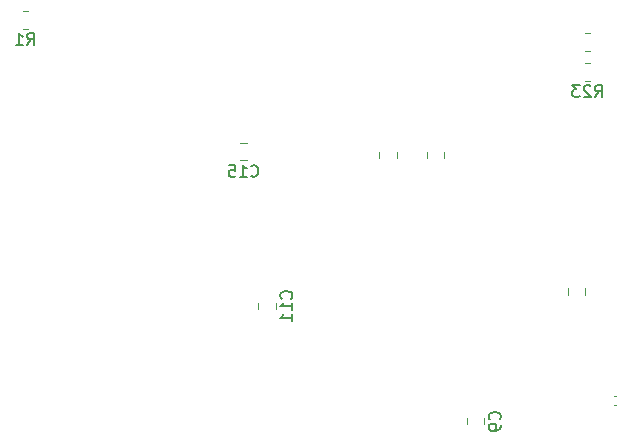
<source format=gbr>
%TF.GenerationSoftware,KiCad,Pcbnew,9.0.0*%
%TF.CreationDate,2025-04-23T21:59:36+02:00*%
%TF.ProjectId,Projecte,50726f6a-6563-4746-952e-6b696361645f,rev?*%
%TF.SameCoordinates,Original*%
%TF.FileFunction,Legend,Bot*%
%TF.FilePolarity,Positive*%
%FSLAX46Y46*%
G04 Gerber Fmt 4.6, Leading zero omitted, Abs format (unit mm)*
G04 Created by KiCad (PCBNEW 9.0.0) date 2025-04-23 21:59:36*
%MOMM*%
%LPD*%
G01*
G04 APERTURE LIST*
%ADD10C,0.150000*%
%ADD11C,0.120000*%
G04 APERTURE END LIST*
D10*
X193822857Y-99969580D02*
X193870476Y-100017200D01*
X193870476Y-100017200D02*
X194013333Y-100064819D01*
X194013333Y-100064819D02*
X194108571Y-100064819D01*
X194108571Y-100064819D02*
X194251428Y-100017200D01*
X194251428Y-100017200D02*
X194346666Y-99921961D01*
X194346666Y-99921961D02*
X194394285Y-99826723D01*
X194394285Y-99826723D02*
X194441904Y-99636247D01*
X194441904Y-99636247D02*
X194441904Y-99493390D01*
X194441904Y-99493390D02*
X194394285Y-99302914D01*
X194394285Y-99302914D02*
X194346666Y-99207676D01*
X194346666Y-99207676D02*
X194251428Y-99112438D01*
X194251428Y-99112438D02*
X194108571Y-99064819D01*
X194108571Y-99064819D02*
X194013333Y-99064819D01*
X194013333Y-99064819D02*
X193870476Y-99112438D01*
X193870476Y-99112438D02*
X193822857Y-99160057D01*
X192870476Y-100064819D02*
X193441904Y-100064819D01*
X193156190Y-100064819D02*
X193156190Y-99064819D01*
X193156190Y-99064819D02*
X193251428Y-99207676D01*
X193251428Y-99207676D02*
X193346666Y-99302914D01*
X193346666Y-99302914D02*
X193441904Y-99350533D01*
X191965714Y-99064819D02*
X192441904Y-99064819D01*
X192441904Y-99064819D02*
X192489523Y-99541009D01*
X192489523Y-99541009D02*
X192441904Y-99493390D01*
X192441904Y-99493390D02*
X192346666Y-99445771D01*
X192346666Y-99445771D02*
X192108571Y-99445771D01*
X192108571Y-99445771D02*
X192013333Y-99493390D01*
X192013333Y-99493390D02*
X191965714Y-99541009D01*
X191965714Y-99541009D02*
X191918095Y-99636247D01*
X191918095Y-99636247D02*
X191918095Y-99874342D01*
X191918095Y-99874342D02*
X191965714Y-99969580D01*
X191965714Y-99969580D02*
X192013333Y-100017200D01*
X192013333Y-100017200D02*
X192108571Y-100064819D01*
X192108571Y-100064819D02*
X192346666Y-100064819D01*
X192346666Y-100064819D02*
X192441904Y-100017200D01*
X192441904Y-100017200D02*
X192489523Y-99969580D01*
X197209580Y-110364642D02*
X197257200Y-110317023D01*
X197257200Y-110317023D02*
X197304819Y-110174166D01*
X197304819Y-110174166D02*
X197304819Y-110078928D01*
X197304819Y-110078928D02*
X197257200Y-109936071D01*
X197257200Y-109936071D02*
X197161961Y-109840833D01*
X197161961Y-109840833D02*
X197066723Y-109793214D01*
X197066723Y-109793214D02*
X196876247Y-109745595D01*
X196876247Y-109745595D02*
X196733390Y-109745595D01*
X196733390Y-109745595D02*
X196542914Y-109793214D01*
X196542914Y-109793214D02*
X196447676Y-109840833D01*
X196447676Y-109840833D02*
X196352438Y-109936071D01*
X196352438Y-109936071D02*
X196304819Y-110078928D01*
X196304819Y-110078928D02*
X196304819Y-110174166D01*
X196304819Y-110174166D02*
X196352438Y-110317023D01*
X196352438Y-110317023D02*
X196400057Y-110364642D01*
X197304819Y-111317023D02*
X197304819Y-110745595D01*
X197304819Y-111031309D02*
X196304819Y-111031309D01*
X196304819Y-111031309D02*
X196447676Y-110936071D01*
X196447676Y-110936071D02*
X196542914Y-110840833D01*
X196542914Y-110840833D02*
X196590533Y-110745595D01*
X197304819Y-112269404D02*
X197304819Y-111697976D01*
X197304819Y-111983690D02*
X196304819Y-111983690D01*
X196304819Y-111983690D02*
X196447676Y-111888452D01*
X196447676Y-111888452D02*
X196542914Y-111793214D01*
X196542914Y-111793214D02*
X196590533Y-111697976D01*
X174866666Y-88894819D02*
X175199999Y-88418628D01*
X175438094Y-88894819D02*
X175438094Y-87894819D01*
X175438094Y-87894819D02*
X175057142Y-87894819D01*
X175057142Y-87894819D02*
X174961904Y-87942438D01*
X174961904Y-87942438D02*
X174914285Y-87990057D01*
X174914285Y-87990057D02*
X174866666Y-88085295D01*
X174866666Y-88085295D02*
X174866666Y-88228152D01*
X174866666Y-88228152D02*
X174914285Y-88323390D01*
X174914285Y-88323390D02*
X174961904Y-88371009D01*
X174961904Y-88371009D02*
X175057142Y-88418628D01*
X175057142Y-88418628D02*
X175438094Y-88418628D01*
X173914285Y-88894819D02*
X174485713Y-88894819D01*
X174199999Y-88894819D02*
X174199999Y-87894819D01*
X174199999Y-87894819D02*
X174295237Y-88037676D01*
X174295237Y-88037676D02*
X174390475Y-88132914D01*
X174390475Y-88132914D02*
X174485713Y-88180533D01*
X222922857Y-93284819D02*
X223256190Y-92808628D01*
X223494285Y-93284819D02*
X223494285Y-92284819D01*
X223494285Y-92284819D02*
X223113333Y-92284819D01*
X223113333Y-92284819D02*
X223018095Y-92332438D01*
X223018095Y-92332438D02*
X222970476Y-92380057D01*
X222970476Y-92380057D02*
X222922857Y-92475295D01*
X222922857Y-92475295D02*
X222922857Y-92618152D01*
X222922857Y-92618152D02*
X222970476Y-92713390D01*
X222970476Y-92713390D02*
X223018095Y-92761009D01*
X223018095Y-92761009D02*
X223113333Y-92808628D01*
X223113333Y-92808628D02*
X223494285Y-92808628D01*
X222541904Y-92380057D02*
X222494285Y-92332438D01*
X222494285Y-92332438D02*
X222399047Y-92284819D01*
X222399047Y-92284819D02*
X222160952Y-92284819D01*
X222160952Y-92284819D02*
X222065714Y-92332438D01*
X222065714Y-92332438D02*
X222018095Y-92380057D01*
X222018095Y-92380057D02*
X221970476Y-92475295D01*
X221970476Y-92475295D02*
X221970476Y-92570533D01*
X221970476Y-92570533D02*
X222018095Y-92713390D01*
X222018095Y-92713390D02*
X222589523Y-93284819D01*
X222589523Y-93284819D02*
X221970476Y-93284819D01*
X221637142Y-92284819D02*
X221018095Y-92284819D01*
X221018095Y-92284819D02*
X221351428Y-92665771D01*
X221351428Y-92665771D02*
X221208571Y-92665771D01*
X221208571Y-92665771D02*
X221113333Y-92713390D01*
X221113333Y-92713390D02*
X221065714Y-92761009D01*
X221065714Y-92761009D02*
X221018095Y-92856247D01*
X221018095Y-92856247D02*
X221018095Y-93094342D01*
X221018095Y-93094342D02*
X221065714Y-93189580D01*
X221065714Y-93189580D02*
X221113333Y-93237200D01*
X221113333Y-93237200D02*
X221208571Y-93284819D01*
X221208571Y-93284819D02*
X221494285Y-93284819D01*
X221494285Y-93284819D02*
X221589523Y-93237200D01*
X221589523Y-93237200D02*
X221637142Y-93189580D01*
X214859580Y-120593333D02*
X214907200Y-120545714D01*
X214907200Y-120545714D02*
X214954819Y-120402857D01*
X214954819Y-120402857D02*
X214954819Y-120307619D01*
X214954819Y-120307619D02*
X214907200Y-120164762D01*
X214907200Y-120164762D02*
X214811961Y-120069524D01*
X214811961Y-120069524D02*
X214716723Y-120021905D01*
X214716723Y-120021905D02*
X214526247Y-119974286D01*
X214526247Y-119974286D02*
X214383390Y-119974286D01*
X214383390Y-119974286D02*
X214192914Y-120021905D01*
X214192914Y-120021905D02*
X214097676Y-120069524D01*
X214097676Y-120069524D02*
X214002438Y-120164762D01*
X214002438Y-120164762D02*
X213954819Y-120307619D01*
X213954819Y-120307619D02*
X213954819Y-120402857D01*
X213954819Y-120402857D02*
X214002438Y-120545714D01*
X214002438Y-120545714D02*
X214050057Y-120593333D01*
X214954819Y-121069524D02*
X214954819Y-121260000D01*
X214954819Y-121260000D02*
X214907200Y-121355238D01*
X214907200Y-121355238D02*
X214859580Y-121402857D01*
X214859580Y-121402857D02*
X214716723Y-121498095D01*
X214716723Y-121498095D02*
X214526247Y-121545714D01*
X214526247Y-121545714D02*
X214145295Y-121545714D01*
X214145295Y-121545714D02*
X214050057Y-121498095D01*
X214050057Y-121498095D02*
X214002438Y-121450476D01*
X214002438Y-121450476D02*
X213954819Y-121355238D01*
X213954819Y-121355238D02*
X213954819Y-121164762D01*
X213954819Y-121164762D02*
X214002438Y-121069524D01*
X214002438Y-121069524D02*
X214050057Y-121021905D01*
X214050057Y-121021905D02*
X214145295Y-120974286D01*
X214145295Y-120974286D02*
X214383390Y-120974286D01*
X214383390Y-120974286D02*
X214478628Y-121021905D01*
X214478628Y-121021905D02*
X214526247Y-121069524D01*
X214526247Y-121069524D02*
X214573866Y-121164762D01*
X214573866Y-121164762D02*
X214573866Y-121355238D01*
X214573866Y-121355238D02*
X214526247Y-121450476D01*
X214526247Y-121450476D02*
X214478628Y-121498095D01*
X214478628Y-121498095D02*
X214383390Y-121545714D01*
D11*
%TO.C,C13*%
X224542164Y-119340000D02*
X224757836Y-119340000D01*
X224542164Y-118620000D02*
X224757836Y-118620000D01*
%TO.C,C15*%
X192918748Y-97195000D02*
X193441252Y-97195000D01*
X192918748Y-98665000D02*
X193441252Y-98665000D01*
%TO.C,R24*%
X222082936Y-87895000D02*
X222537064Y-87895000D01*
X222082936Y-89365000D02*
X222537064Y-89365000D01*
%TO.C,C11*%
X194435000Y-111268752D02*
X194435000Y-110746248D01*
X195905000Y-111268752D02*
X195905000Y-110746248D01*
%TO.C,R1*%
X174472936Y-86055000D02*
X174927064Y-86055000D01*
X174472936Y-87525000D02*
X174927064Y-87525000D01*
%TO.C,R23*%
X222052936Y-90445000D02*
X222507064Y-90445000D01*
X222052936Y-91915000D02*
X222507064Y-91915000D01*
%TO.C,C9*%
X212085000Y-121021252D02*
X212085000Y-120498748D01*
X213555000Y-121021252D02*
X213555000Y-120498748D01*
%TO.C,C16*%
X204685000Y-98461252D02*
X204685000Y-97938748D01*
X206155000Y-98461252D02*
X206155000Y-97938748D01*
%TO.C,C13*%
X220655000Y-110031252D02*
X220655000Y-109508748D01*
X222125000Y-110031252D02*
X222125000Y-109508748D01*
%TO.C,C8*%
X208715000Y-97978748D02*
X208715000Y-98501252D01*
X210185000Y-97978748D02*
X210185000Y-98501252D01*
%TD*%
M02*

</source>
